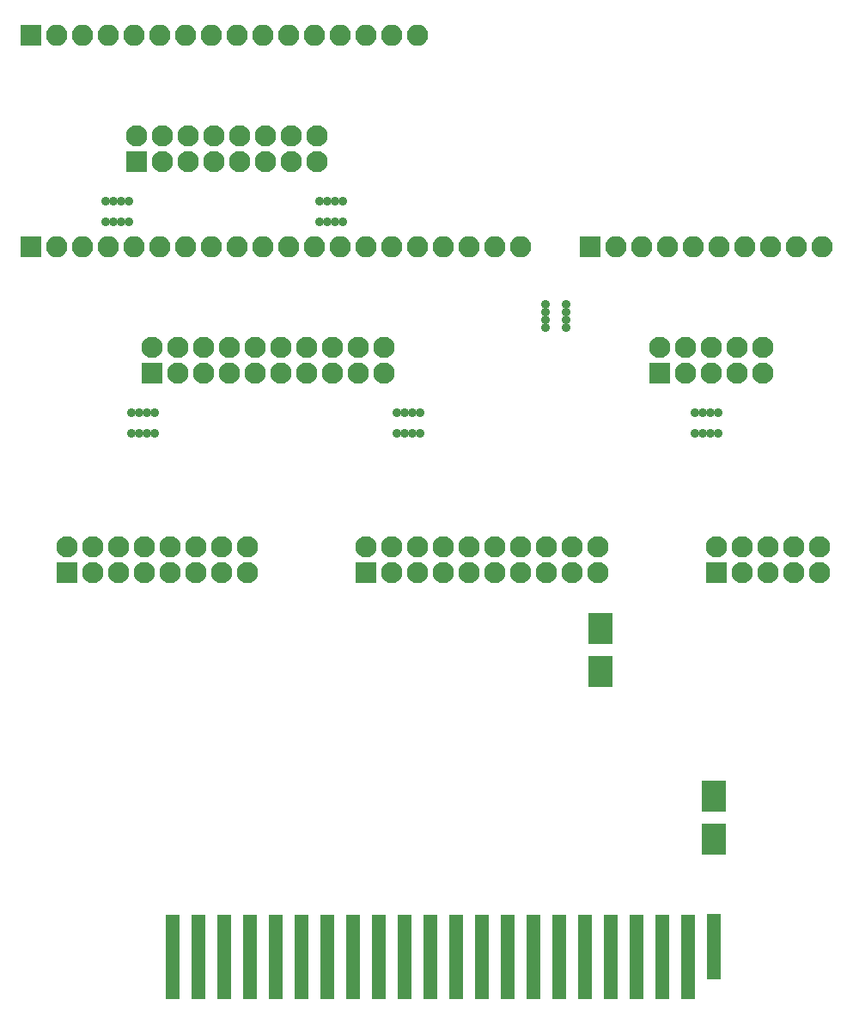
<source format=gbr>
G04 #@! TF.FileFunction,Soldermask,Top*
%FSLAX46Y46*%
G04 Gerber Fmt 4.6, Leading zero omitted, Abs format (unit mm)*
G04 Created by KiCad (PCBNEW 4.0.7) date 05/07/18 10:18:10*
%MOMM*%
%LPD*%
G01*
G04 APERTURE LIST*
%ADD10C,0.100000*%
%ADD11R,1.400000X6.400000*%
%ADD12R,1.400000X8.400000*%
%ADD13R,2.100000X2.100000*%
%ADD14C,2.100000*%
%ADD15O,2.100000X2.100000*%
%ADD16C,0.900000*%
%ADD17R,2.430000X3.050000*%
G04 APERTURE END LIST*
D10*
D11*
X168148000Y-139462000D03*
D12*
X165608000Y-140462000D03*
X163068000Y-140462000D03*
X160528000Y-140462000D03*
X157988000Y-140462000D03*
X155448000Y-140462000D03*
X152908000Y-140462000D03*
X150368000Y-140462000D03*
X147828000Y-140462000D03*
X145288000Y-140462000D03*
X142748000Y-140462000D03*
X140208000Y-140462000D03*
X137668000Y-140462000D03*
X135128000Y-140462000D03*
X132588000Y-140462000D03*
X130048000Y-140462000D03*
X127508000Y-140462000D03*
X124968000Y-140462000D03*
X122428000Y-140462000D03*
X119888000Y-140462000D03*
X117348000Y-140462000D03*
X114808000Y-140462000D03*
D11*
X168148000Y-139462000D03*
D12*
X165608000Y-140462000D03*
X163068000Y-140462000D03*
X160528000Y-140462000D03*
X157988000Y-140462000D03*
X155448000Y-140462000D03*
X152908000Y-140462000D03*
X150368000Y-140462000D03*
X147828000Y-140462000D03*
X145288000Y-140462000D03*
X142748000Y-140462000D03*
X140208000Y-140462000D03*
X137668000Y-140462000D03*
X135128000Y-140462000D03*
X132588000Y-140462000D03*
X130048000Y-140462000D03*
X127508000Y-140462000D03*
X124968000Y-140462000D03*
X122428000Y-140462000D03*
X119888000Y-140462000D03*
X117348000Y-140462000D03*
X114808000Y-140462000D03*
D13*
X104394000Y-102616000D03*
D14*
X104394000Y-100076000D03*
X106934000Y-102616000D03*
X106934000Y-100076000D03*
X109474000Y-102616000D03*
X109474000Y-100076000D03*
X112014000Y-102616000D03*
X112014000Y-100076000D03*
X114554000Y-102616000D03*
X114554000Y-100076000D03*
X117094000Y-102616000D03*
X117094000Y-100076000D03*
X119634000Y-102616000D03*
X119634000Y-100076000D03*
X122174000Y-102616000D03*
X122174000Y-100076000D03*
D13*
X133858000Y-102616000D03*
D14*
X133858000Y-100076000D03*
X136398000Y-102616000D03*
X136398000Y-100076000D03*
X138938000Y-102616000D03*
X138938000Y-100076000D03*
X141478000Y-102616000D03*
X141478000Y-100076000D03*
X144018000Y-102616000D03*
X144018000Y-100076000D03*
X146558000Y-102616000D03*
X146558000Y-100076000D03*
X149098000Y-102616000D03*
X149098000Y-100076000D03*
X151638000Y-102616000D03*
X151638000Y-100076000D03*
X154178000Y-102616000D03*
X154178000Y-100076000D03*
X156718000Y-102616000D03*
X156718000Y-100076000D03*
D13*
X168402000Y-102616000D03*
D14*
X168402000Y-100076000D03*
X170942000Y-102616000D03*
X170942000Y-100076000D03*
X173482000Y-102616000D03*
X173482000Y-100076000D03*
X176022000Y-102616000D03*
X176022000Y-100076000D03*
X178562000Y-102616000D03*
X178562000Y-100076000D03*
D13*
X162814000Y-82931000D03*
D14*
X162814000Y-80391000D03*
X165354000Y-82931000D03*
X165354000Y-80391000D03*
X167894000Y-82931000D03*
X167894000Y-80391000D03*
X170434000Y-82931000D03*
X170434000Y-80391000D03*
X172974000Y-82931000D03*
X172974000Y-80391000D03*
D13*
X111252000Y-62103000D03*
D14*
X111252000Y-59563000D03*
X113792000Y-62103000D03*
X113792000Y-59563000D03*
X116332000Y-62103000D03*
X116332000Y-59563000D03*
X118872000Y-62103000D03*
X118872000Y-59563000D03*
X121412000Y-62103000D03*
X121412000Y-59563000D03*
X123952000Y-62103000D03*
X123952000Y-59563000D03*
X126492000Y-62103000D03*
X126492000Y-59563000D03*
X129032000Y-62103000D03*
X129032000Y-59563000D03*
D13*
X112776000Y-82931000D03*
D14*
X112776000Y-80391000D03*
X115316000Y-82931000D03*
X115316000Y-80391000D03*
X117856000Y-82931000D03*
X117856000Y-80391000D03*
X120396000Y-82931000D03*
X120396000Y-80391000D03*
X122936000Y-82931000D03*
X122936000Y-80391000D03*
X125476000Y-82931000D03*
X125476000Y-80391000D03*
X128016000Y-82931000D03*
X128016000Y-80391000D03*
X130556000Y-82931000D03*
X130556000Y-80391000D03*
X133096000Y-82931000D03*
X133096000Y-80391000D03*
X135636000Y-82931000D03*
X135636000Y-80391000D03*
D13*
X155956000Y-70485000D03*
D15*
X158496000Y-70485000D03*
X161036000Y-70485000D03*
X163576000Y-70485000D03*
X166116000Y-70485000D03*
X168656000Y-70485000D03*
X171196000Y-70485000D03*
X173736000Y-70485000D03*
X176276000Y-70485000D03*
X178816000Y-70485000D03*
D13*
X100838000Y-49657000D03*
D15*
X103378000Y-49657000D03*
X105918000Y-49657000D03*
X108458000Y-49657000D03*
X110998000Y-49657000D03*
X113538000Y-49657000D03*
X116078000Y-49657000D03*
X118618000Y-49657000D03*
X121158000Y-49657000D03*
X123698000Y-49657000D03*
X126238000Y-49657000D03*
X128778000Y-49657000D03*
X131318000Y-49657000D03*
X133858000Y-49657000D03*
X136398000Y-49657000D03*
X138938000Y-49657000D03*
D13*
X100838000Y-70485000D03*
D15*
X103378000Y-70485000D03*
X105918000Y-70485000D03*
X108458000Y-70485000D03*
X110998000Y-70485000D03*
X113538000Y-70485000D03*
X116078000Y-70485000D03*
X118618000Y-70485000D03*
X121158000Y-70485000D03*
X123698000Y-70485000D03*
X126238000Y-70485000D03*
X128778000Y-70485000D03*
X131318000Y-70485000D03*
X133858000Y-70485000D03*
X136398000Y-70485000D03*
X138938000Y-70485000D03*
X141478000Y-70485000D03*
X144018000Y-70485000D03*
X146558000Y-70485000D03*
X149098000Y-70485000D03*
D16*
X151511000Y-78486000D03*
X151511000Y-77724000D03*
X151511000Y-76962000D03*
X151511000Y-76200000D03*
X153543000Y-78486000D03*
X153543000Y-77724000D03*
X153543000Y-76962000D03*
X153543000Y-76200000D03*
X166243000Y-86868000D03*
X167005000Y-86868000D03*
X167767000Y-86868000D03*
X168529000Y-86868000D03*
X166243000Y-88900000D03*
X167005000Y-88900000D03*
X167767000Y-88900000D03*
X168529000Y-88900000D03*
X136906000Y-86868000D03*
X137668000Y-86868000D03*
X138430000Y-86868000D03*
X139192000Y-86868000D03*
X136906000Y-88900000D03*
X137668000Y-88900000D03*
X138430000Y-88900000D03*
X139192000Y-88900000D03*
X110744000Y-86868000D03*
X111506000Y-86868000D03*
X112268000Y-86868000D03*
X113030000Y-86868000D03*
X110744000Y-88900000D03*
X111506000Y-88900000D03*
X112268000Y-88900000D03*
X113030000Y-88900000D03*
X108204000Y-66040000D03*
X108966000Y-66040000D03*
X109728000Y-66040000D03*
X110490000Y-66040000D03*
X108204000Y-68072000D03*
X108966000Y-68072000D03*
X109728000Y-68072000D03*
X110490000Y-68072000D03*
X129286000Y-66040000D03*
X130048000Y-66040000D03*
X130810000Y-66040000D03*
X131572000Y-66040000D03*
X129286000Y-68072000D03*
X130048000Y-68072000D03*
X130810000Y-68072000D03*
X131572000Y-68072000D03*
D17*
X168148000Y-124656000D03*
X168148000Y-128836000D03*
X156972000Y-112326000D03*
X156972000Y-108146000D03*
M02*

</source>
